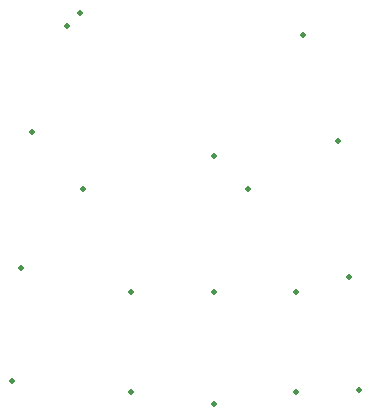
<source format=gbr>
%FSTAX23Y23*%
%MOMM*%
%SFA1B1*%

%IPPOS*%
%ADD48C,0.499999*%
%LNledpcbv2_capping-1*%
%LPD*%
G54D48*
X-08863Y16251D03*
X09449Y-15899D03*
X02449Y-16899D03*
X-04549Y-15899D03*
X-14648Y-14939D03*
X-04549Y-07399D03*
X02449D03*
X09449D03*
X05349Y01299D03*
X-08649D03*
X-12948Y06142D03*
X-13875Y-05351D03*
X1301Y05344D03*
X13937Y-06148D03*
X14711Y-15737D03*
X02449Y04099D03*
X09999Y14349D03*
X-09999Y15149D03*
M02*
</source>
